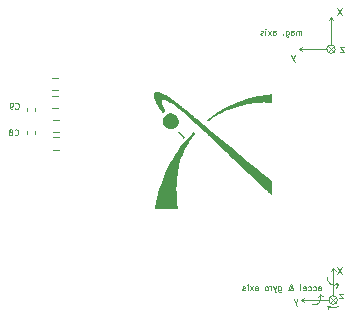
<source format=gbr>
%TF.GenerationSoftware,KiCad,Pcbnew,8.0.7*%
%TF.CreationDate,2024-12-18T22:04:57+01:00*%
%TF.ProjectId,Xplore ERC IMU,58706c6f-7265-4204-9552-4320494d552e,rev?*%
%TF.SameCoordinates,Original*%
%TF.FileFunction,Legend,Bot*%
%TF.FilePolarity,Positive*%
%FSLAX46Y46*%
G04 Gerber Fmt 4.6, Leading zero omitted, Abs format (unit mm)*
G04 Created by KiCad (PCBNEW 8.0.7) date 2024-12-18 22:04:57*
%MOMM*%
%LPD*%
G01*
G04 APERTURE LIST*
%ADD10C,0.100000*%
%ADD11C,0.120000*%
%ADD12C,0.000000*%
G04 APERTURE END LIST*
D10*
X151750000Y-116650000D02*
X152250000Y-117150000D01*
X152404385Y-115576620D02*
X152257250Y-115845126D01*
X150888744Y-116447991D02*
X151157250Y-116595126D01*
X151625639Y-116896130D02*
X149288861Y-116894121D01*
X151700000Y-117400000D02*
X151541413Y-117464631D01*
X151811164Y-92930582D02*
X152011164Y-93180582D01*
X152404385Y-115576620D02*
G75*
G02*
X151538700Y-114935199I-299985J500020D01*
G01*
X150757250Y-116645126D02*
X150888744Y-116447991D01*
X149288861Y-116894121D02*
X149538861Y-117094121D01*
X149288861Y-116894121D02*
X149538861Y-116694121D01*
X152207250Y-115445126D02*
X152404385Y-115576620D01*
X152172328Y-95661164D02*
G75*
G02*
X151450000Y-95661164I-361164J0D01*
G01*
X151450000Y-95661164D02*
G75*
G02*
X152172328Y-95661164I361164J0D01*
G01*
X152061164Y-95411164D02*
X151561164Y-95911164D01*
X149113222Y-95659155D02*
X149363222Y-95459155D01*
X151541413Y-117464631D02*
X151700000Y-117400000D01*
X151450000Y-95661164D02*
X149113222Y-95659155D01*
X152000000Y-116538836D02*
X152000000Y-114200000D01*
X152250000Y-116650000D02*
X151750000Y-117150000D01*
X150888744Y-116447991D02*
G75*
G02*
X150247308Y-117313736I-500044J-300009D01*
G01*
X152000000Y-114200000D02*
X152200000Y-114450000D01*
X152361164Y-116900000D02*
G75*
G02*
X151638836Y-116900000I-361164J0D01*
G01*
X151638836Y-116900000D02*
G75*
G02*
X152361164Y-116900000I361164J0D01*
G01*
X149113222Y-95659155D02*
X149363222Y-95859155D01*
X151811164Y-95269418D02*
X151811164Y-92930582D01*
X151811164Y-92930582D02*
X151611164Y-93180582D01*
X152000000Y-114200000D02*
X151800000Y-114450000D01*
X152061164Y-95911164D02*
X151561164Y-95411164D01*
X151541413Y-117464631D02*
X151600000Y-117650000D01*
X152450000Y-117450000D02*
G75*
G02*
X151541418Y-117464622I-466300J738900D01*
G01*
X152705746Y-114116497D02*
X152305746Y-114716497D01*
X152305746Y-114116497D02*
X152705746Y-114716497D01*
X125029209Y-102895531D02*
X125053018Y-102919341D01*
X125053018Y-102919341D02*
X125124447Y-102943150D01*
X125124447Y-102943150D02*
X125172066Y-102943150D01*
X125172066Y-102943150D02*
X125243494Y-102919341D01*
X125243494Y-102919341D02*
X125291113Y-102871721D01*
X125291113Y-102871721D02*
X125314923Y-102824102D01*
X125314923Y-102824102D02*
X125338732Y-102728864D01*
X125338732Y-102728864D02*
X125338732Y-102657436D01*
X125338732Y-102657436D02*
X125314923Y-102562198D01*
X125314923Y-102562198D02*
X125291113Y-102514579D01*
X125291113Y-102514579D02*
X125243494Y-102466960D01*
X125243494Y-102466960D02*
X125172066Y-102443150D01*
X125172066Y-102443150D02*
X125124447Y-102443150D01*
X125124447Y-102443150D02*
X125053018Y-102466960D01*
X125053018Y-102466960D02*
X125029209Y-102490769D01*
X124743494Y-102657436D02*
X124791113Y-102633626D01*
X124791113Y-102633626D02*
X124814923Y-102609817D01*
X124814923Y-102609817D02*
X124838732Y-102562198D01*
X124838732Y-102562198D02*
X124838732Y-102538388D01*
X124838732Y-102538388D02*
X124814923Y-102490769D01*
X124814923Y-102490769D02*
X124791113Y-102466960D01*
X124791113Y-102466960D02*
X124743494Y-102443150D01*
X124743494Y-102443150D02*
X124648256Y-102443150D01*
X124648256Y-102443150D02*
X124600637Y-102466960D01*
X124600637Y-102466960D02*
X124576828Y-102490769D01*
X124576828Y-102490769D02*
X124553018Y-102538388D01*
X124553018Y-102538388D02*
X124553018Y-102562198D01*
X124553018Y-102562198D02*
X124576828Y-102609817D01*
X124576828Y-102609817D02*
X124600637Y-102633626D01*
X124600637Y-102633626D02*
X124648256Y-102657436D01*
X124648256Y-102657436D02*
X124743494Y-102657436D01*
X124743494Y-102657436D02*
X124791113Y-102681245D01*
X124791113Y-102681245D02*
X124814923Y-102705055D01*
X124814923Y-102705055D02*
X124838732Y-102752674D01*
X124838732Y-102752674D02*
X124838732Y-102847912D01*
X124838732Y-102847912D02*
X124814923Y-102895531D01*
X124814923Y-102895531D02*
X124791113Y-102919341D01*
X124791113Y-102919341D02*
X124743494Y-102943150D01*
X124743494Y-102943150D02*
X124648256Y-102943150D01*
X124648256Y-102943150D02*
X124600637Y-102919341D01*
X124600637Y-102919341D02*
X124576828Y-102895531D01*
X124576828Y-102895531D02*
X124553018Y-102847912D01*
X124553018Y-102847912D02*
X124553018Y-102752674D01*
X124553018Y-102752674D02*
X124576828Y-102705055D01*
X124576828Y-102705055D02*
X124600637Y-102681245D01*
X124600637Y-102681245D02*
X124648256Y-102657436D01*
X152805746Y-116366497D02*
X152491461Y-116366497D01*
X152491461Y-116366497D02*
X152805746Y-116766497D01*
X152805746Y-116766497D02*
X152491461Y-116766497D01*
X149315163Y-94433609D02*
X149315163Y-94100276D01*
X149315163Y-94147895D02*
X149291353Y-94124085D01*
X149291353Y-94124085D02*
X149243734Y-94100276D01*
X149243734Y-94100276D02*
X149172306Y-94100276D01*
X149172306Y-94100276D02*
X149124687Y-94124085D01*
X149124687Y-94124085D02*
X149100877Y-94171704D01*
X149100877Y-94171704D02*
X149100877Y-94433609D01*
X149100877Y-94171704D02*
X149077068Y-94124085D01*
X149077068Y-94124085D02*
X149029449Y-94100276D01*
X149029449Y-94100276D02*
X148958020Y-94100276D01*
X148958020Y-94100276D02*
X148910401Y-94124085D01*
X148910401Y-94124085D02*
X148886591Y-94171704D01*
X148886591Y-94171704D02*
X148886591Y-94433609D01*
X148434210Y-94433609D02*
X148434210Y-94171704D01*
X148434210Y-94171704D02*
X148458020Y-94124085D01*
X148458020Y-94124085D02*
X148505639Y-94100276D01*
X148505639Y-94100276D02*
X148600877Y-94100276D01*
X148600877Y-94100276D02*
X148648496Y-94124085D01*
X148434210Y-94409800D02*
X148481829Y-94433609D01*
X148481829Y-94433609D02*
X148600877Y-94433609D01*
X148600877Y-94433609D02*
X148648496Y-94409800D01*
X148648496Y-94409800D02*
X148672305Y-94362180D01*
X148672305Y-94362180D02*
X148672305Y-94314561D01*
X148672305Y-94314561D02*
X148648496Y-94266942D01*
X148648496Y-94266942D02*
X148600877Y-94243133D01*
X148600877Y-94243133D02*
X148481829Y-94243133D01*
X148481829Y-94243133D02*
X148434210Y-94219323D01*
X147981829Y-94100276D02*
X147981829Y-94505038D01*
X147981829Y-94505038D02*
X148005639Y-94552657D01*
X148005639Y-94552657D02*
X148029448Y-94576466D01*
X148029448Y-94576466D02*
X148077067Y-94600276D01*
X148077067Y-94600276D02*
X148148496Y-94600276D01*
X148148496Y-94600276D02*
X148196115Y-94576466D01*
X147981829Y-94409800D02*
X148029448Y-94433609D01*
X148029448Y-94433609D02*
X148124686Y-94433609D01*
X148124686Y-94433609D02*
X148172305Y-94409800D01*
X148172305Y-94409800D02*
X148196115Y-94385990D01*
X148196115Y-94385990D02*
X148219924Y-94338371D01*
X148219924Y-94338371D02*
X148219924Y-94195514D01*
X148219924Y-94195514D02*
X148196115Y-94147895D01*
X148196115Y-94147895D02*
X148172305Y-94124085D01*
X148172305Y-94124085D02*
X148124686Y-94100276D01*
X148124686Y-94100276D02*
X148029448Y-94100276D01*
X148029448Y-94100276D02*
X147981829Y-94124085D01*
X147743734Y-94385990D02*
X147719924Y-94409800D01*
X147719924Y-94409800D02*
X147743734Y-94433609D01*
X147743734Y-94433609D02*
X147767543Y-94409800D01*
X147767543Y-94409800D02*
X147743734Y-94385990D01*
X147743734Y-94385990D02*
X147743734Y-94433609D01*
X146910401Y-94433609D02*
X146910401Y-94171704D01*
X146910401Y-94171704D02*
X146934211Y-94124085D01*
X146934211Y-94124085D02*
X146981830Y-94100276D01*
X146981830Y-94100276D02*
X147077068Y-94100276D01*
X147077068Y-94100276D02*
X147124687Y-94124085D01*
X146910401Y-94409800D02*
X146958020Y-94433609D01*
X146958020Y-94433609D02*
X147077068Y-94433609D01*
X147077068Y-94433609D02*
X147124687Y-94409800D01*
X147124687Y-94409800D02*
X147148496Y-94362180D01*
X147148496Y-94362180D02*
X147148496Y-94314561D01*
X147148496Y-94314561D02*
X147124687Y-94266942D01*
X147124687Y-94266942D02*
X147077068Y-94243133D01*
X147077068Y-94243133D02*
X146958020Y-94243133D01*
X146958020Y-94243133D02*
X146910401Y-94219323D01*
X146719925Y-94433609D02*
X146458020Y-94100276D01*
X146719925Y-94100276D02*
X146458020Y-94433609D01*
X146267544Y-94433609D02*
X146267544Y-94100276D01*
X146267544Y-93933609D02*
X146291353Y-93957419D01*
X146291353Y-93957419D02*
X146267544Y-93981228D01*
X146267544Y-93981228D02*
X146243734Y-93957419D01*
X146243734Y-93957419D02*
X146267544Y-93933609D01*
X146267544Y-93933609D02*
X146267544Y-93981228D01*
X146053258Y-94409800D02*
X146005639Y-94433609D01*
X146005639Y-94433609D02*
X145910401Y-94433609D01*
X145910401Y-94433609D02*
X145862782Y-94409800D01*
X145862782Y-94409800D02*
X145838973Y-94362180D01*
X145838973Y-94362180D02*
X145838973Y-94338371D01*
X145838973Y-94338371D02*
X145862782Y-94290752D01*
X145862782Y-94290752D02*
X145910401Y-94266942D01*
X145910401Y-94266942D02*
X145981830Y-94266942D01*
X145981830Y-94266942D02*
X146029449Y-94243133D01*
X146029449Y-94243133D02*
X146053258Y-94195514D01*
X146053258Y-94195514D02*
X146053258Y-94171704D01*
X146053258Y-94171704D02*
X146029449Y-94124085D01*
X146029449Y-94124085D02*
X145981830Y-94100276D01*
X145981830Y-94100276D02*
X145910401Y-94100276D01*
X145910401Y-94100276D02*
X145862782Y-94124085D01*
X148955746Y-116816497D02*
X148812889Y-117216497D01*
X148670032Y-116816497D02*
X148812889Y-117216497D01*
X148812889Y-117216497D02*
X148870032Y-117359354D01*
X148870032Y-117359354D02*
X148898603Y-117387926D01*
X148898603Y-117387926D02*
X148955746Y-117416497D01*
X152748496Y-92171371D02*
X152348496Y-92771371D01*
X152348496Y-92171371D02*
X152748496Y-92771371D01*
X148730107Y-96131530D02*
X148587250Y-96531530D01*
X148444393Y-96131530D02*
X148587250Y-96531530D01*
X148587250Y-96531530D02*
X148644393Y-96674387D01*
X148644393Y-96674387D02*
X148672964Y-96702959D01*
X148672964Y-96702959D02*
X148730107Y-96731530D01*
X152898496Y-95471371D02*
X152584211Y-95471371D01*
X152584211Y-95471371D02*
X152898496Y-95871371D01*
X152898496Y-95871371D02*
X152584211Y-95871371D01*
X125076776Y-100667763D02*
X125100585Y-100691573D01*
X125100585Y-100691573D02*
X125172014Y-100715382D01*
X125172014Y-100715382D02*
X125219633Y-100715382D01*
X125219633Y-100715382D02*
X125291061Y-100691573D01*
X125291061Y-100691573D02*
X125338680Y-100643953D01*
X125338680Y-100643953D02*
X125362490Y-100596334D01*
X125362490Y-100596334D02*
X125386299Y-100501096D01*
X125386299Y-100501096D02*
X125386299Y-100429668D01*
X125386299Y-100429668D02*
X125362490Y-100334430D01*
X125362490Y-100334430D02*
X125338680Y-100286811D01*
X125338680Y-100286811D02*
X125291061Y-100239192D01*
X125291061Y-100239192D02*
X125219633Y-100215382D01*
X125219633Y-100215382D02*
X125172014Y-100215382D01*
X125172014Y-100215382D02*
X125100585Y-100239192D01*
X125100585Y-100239192D02*
X125076776Y-100263001D01*
X124838680Y-100715382D02*
X124743442Y-100715382D01*
X124743442Y-100715382D02*
X124695823Y-100691573D01*
X124695823Y-100691573D02*
X124672014Y-100667763D01*
X124672014Y-100667763D02*
X124624395Y-100596334D01*
X124624395Y-100596334D02*
X124600585Y-100501096D01*
X124600585Y-100501096D02*
X124600585Y-100310620D01*
X124600585Y-100310620D02*
X124624395Y-100263001D01*
X124624395Y-100263001D02*
X124648204Y-100239192D01*
X124648204Y-100239192D02*
X124695823Y-100215382D01*
X124695823Y-100215382D02*
X124791061Y-100215382D01*
X124791061Y-100215382D02*
X124838680Y-100239192D01*
X124838680Y-100239192D02*
X124862490Y-100263001D01*
X124862490Y-100263001D02*
X124886299Y-100310620D01*
X124886299Y-100310620D02*
X124886299Y-100429668D01*
X124886299Y-100429668D02*
X124862490Y-100477287D01*
X124862490Y-100477287D02*
X124838680Y-100501096D01*
X124838680Y-100501096D02*
X124791061Y-100524906D01*
X124791061Y-100524906D02*
X124695823Y-100524906D01*
X124695823Y-100524906D02*
X124648204Y-100501096D01*
X124648204Y-100501096D02*
X124624395Y-100477287D01*
X124624395Y-100477287D02*
X124600585Y-100429668D01*
X150750877Y-116083609D02*
X150750877Y-115821704D01*
X150750877Y-115821704D02*
X150774687Y-115774085D01*
X150774687Y-115774085D02*
X150822306Y-115750276D01*
X150822306Y-115750276D02*
X150917544Y-115750276D01*
X150917544Y-115750276D02*
X150965163Y-115774085D01*
X150750877Y-116059800D02*
X150798496Y-116083609D01*
X150798496Y-116083609D02*
X150917544Y-116083609D01*
X150917544Y-116083609D02*
X150965163Y-116059800D01*
X150965163Y-116059800D02*
X150988972Y-116012180D01*
X150988972Y-116012180D02*
X150988972Y-115964561D01*
X150988972Y-115964561D02*
X150965163Y-115916942D01*
X150965163Y-115916942D02*
X150917544Y-115893133D01*
X150917544Y-115893133D02*
X150798496Y-115893133D01*
X150798496Y-115893133D02*
X150750877Y-115869323D01*
X150298496Y-116059800D02*
X150346115Y-116083609D01*
X150346115Y-116083609D02*
X150441353Y-116083609D01*
X150441353Y-116083609D02*
X150488972Y-116059800D01*
X150488972Y-116059800D02*
X150512782Y-116035990D01*
X150512782Y-116035990D02*
X150536591Y-115988371D01*
X150536591Y-115988371D02*
X150536591Y-115845514D01*
X150536591Y-115845514D02*
X150512782Y-115797895D01*
X150512782Y-115797895D02*
X150488972Y-115774085D01*
X150488972Y-115774085D02*
X150441353Y-115750276D01*
X150441353Y-115750276D02*
X150346115Y-115750276D01*
X150346115Y-115750276D02*
X150298496Y-115774085D01*
X149869925Y-116059800D02*
X149917544Y-116083609D01*
X149917544Y-116083609D02*
X150012782Y-116083609D01*
X150012782Y-116083609D02*
X150060401Y-116059800D01*
X150060401Y-116059800D02*
X150084211Y-116035990D01*
X150084211Y-116035990D02*
X150108020Y-115988371D01*
X150108020Y-115988371D02*
X150108020Y-115845514D01*
X150108020Y-115845514D02*
X150084211Y-115797895D01*
X150084211Y-115797895D02*
X150060401Y-115774085D01*
X150060401Y-115774085D02*
X150012782Y-115750276D01*
X150012782Y-115750276D02*
X149917544Y-115750276D01*
X149917544Y-115750276D02*
X149869925Y-115774085D01*
X149465164Y-116059800D02*
X149512783Y-116083609D01*
X149512783Y-116083609D02*
X149608021Y-116083609D01*
X149608021Y-116083609D02*
X149655640Y-116059800D01*
X149655640Y-116059800D02*
X149679449Y-116012180D01*
X149679449Y-116012180D02*
X149679449Y-115821704D01*
X149679449Y-115821704D02*
X149655640Y-115774085D01*
X149655640Y-115774085D02*
X149608021Y-115750276D01*
X149608021Y-115750276D02*
X149512783Y-115750276D01*
X149512783Y-115750276D02*
X149465164Y-115774085D01*
X149465164Y-115774085D02*
X149441354Y-115821704D01*
X149441354Y-115821704D02*
X149441354Y-115869323D01*
X149441354Y-115869323D02*
X149679449Y-115916942D01*
X149155640Y-116083609D02*
X149203259Y-116059800D01*
X149203259Y-116059800D02*
X149227069Y-116012180D01*
X149227069Y-116012180D02*
X149227069Y-115583609D01*
X148179450Y-116083609D02*
X148203260Y-116083609D01*
X148203260Y-116083609D02*
X148250879Y-116059800D01*
X148250879Y-116059800D02*
X148322307Y-115988371D01*
X148322307Y-115988371D02*
X148441355Y-115845514D01*
X148441355Y-115845514D02*
X148488974Y-115774085D01*
X148488974Y-115774085D02*
X148512783Y-115702657D01*
X148512783Y-115702657D02*
X148512783Y-115655038D01*
X148512783Y-115655038D02*
X148488974Y-115607419D01*
X148488974Y-115607419D02*
X148441355Y-115583609D01*
X148441355Y-115583609D02*
X148417545Y-115583609D01*
X148417545Y-115583609D02*
X148369926Y-115607419D01*
X148369926Y-115607419D02*
X148346117Y-115655038D01*
X148346117Y-115655038D02*
X148346117Y-115678847D01*
X148346117Y-115678847D02*
X148369926Y-115726466D01*
X148369926Y-115726466D02*
X148393736Y-115750276D01*
X148393736Y-115750276D02*
X148536593Y-115845514D01*
X148536593Y-115845514D02*
X148560402Y-115869323D01*
X148560402Y-115869323D02*
X148584212Y-115916942D01*
X148584212Y-115916942D02*
X148584212Y-115988371D01*
X148584212Y-115988371D02*
X148560402Y-116035990D01*
X148560402Y-116035990D02*
X148536593Y-116059800D01*
X148536593Y-116059800D02*
X148488974Y-116083609D01*
X148488974Y-116083609D02*
X148417545Y-116083609D01*
X148417545Y-116083609D02*
X148369926Y-116059800D01*
X148369926Y-116059800D02*
X148346117Y-116035990D01*
X148346117Y-116035990D02*
X148274688Y-115940752D01*
X148274688Y-115940752D02*
X148250879Y-115869323D01*
X148250879Y-115869323D02*
X148250879Y-115821704D01*
X147369926Y-115750276D02*
X147369926Y-116155038D01*
X147369926Y-116155038D02*
X147393736Y-116202657D01*
X147393736Y-116202657D02*
X147417545Y-116226466D01*
X147417545Y-116226466D02*
X147465164Y-116250276D01*
X147465164Y-116250276D02*
X147536593Y-116250276D01*
X147536593Y-116250276D02*
X147584212Y-116226466D01*
X147369926Y-116059800D02*
X147417545Y-116083609D01*
X147417545Y-116083609D02*
X147512783Y-116083609D01*
X147512783Y-116083609D02*
X147560402Y-116059800D01*
X147560402Y-116059800D02*
X147584212Y-116035990D01*
X147584212Y-116035990D02*
X147608021Y-115988371D01*
X147608021Y-115988371D02*
X147608021Y-115845514D01*
X147608021Y-115845514D02*
X147584212Y-115797895D01*
X147584212Y-115797895D02*
X147560402Y-115774085D01*
X147560402Y-115774085D02*
X147512783Y-115750276D01*
X147512783Y-115750276D02*
X147417545Y-115750276D01*
X147417545Y-115750276D02*
X147369926Y-115774085D01*
X147179450Y-115750276D02*
X147060402Y-116083609D01*
X146941355Y-115750276D02*
X147060402Y-116083609D01*
X147060402Y-116083609D02*
X147108021Y-116202657D01*
X147108021Y-116202657D02*
X147131831Y-116226466D01*
X147131831Y-116226466D02*
X147179450Y-116250276D01*
X146750879Y-116083609D02*
X146750879Y-115750276D01*
X146750879Y-115845514D02*
X146727069Y-115797895D01*
X146727069Y-115797895D02*
X146703260Y-115774085D01*
X146703260Y-115774085D02*
X146655641Y-115750276D01*
X146655641Y-115750276D02*
X146608022Y-115750276D01*
X146369926Y-116083609D02*
X146417545Y-116059800D01*
X146417545Y-116059800D02*
X146441355Y-116035990D01*
X146441355Y-116035990D02*
X146465164Y-115988371D01*
X146465164Y-115988371D02*
X146465164Y-115845514D01*
X146465164Y-115845514D02*
X146441355Y-115797895D01*
X146441355Y-115797895D02*
X146417545Y-115774085D01*
X146417545Y-115774085D02*
X146369926Y-115750276D01*
X146369926Y-115750276D02*
X146298498Y-115750276D01*
X146298498Y-115750276D02*
X146250879Y-115774085D01*
X146250879Y-115774085D02*
X146227069Y-115797895D01*
X146227069Y-115797895D02*
X146203260Y-115845514D01*
X146203260Y-115845514D02*
X146203260Y-115988371D01*
X146203260Y-115988371D02*
X146227069Y-116035990D01*
X146227069Y-116035990D02*
X146250879Y-116059800D01*
X146250879Y-116059800D02*
X146298498Y-116083609D01*
X146298498Y-116083609D02*
X146369926Y-116083609D01*
X145393736Y-116083609D02*
X145393736Y-115821704D01*
X145393736Y-115821704D02*
X145417546Y-115774085D01*
X145417546Y-115774085D02*
X145465165Y-115750276D01*
X145465165Y-115750276D02*
X145560403Y-115750276D01*
X145560403Y-115750276D02*
X145608022Y-115774085D01*
X145393736Y-116059800D02*
X145441355Y-116083609D01*
X145441355Y-116083609D02*
X145560403Y-116083609D01*
X145560403Y-116083609D02*
X145608022Y-116059800D01*
X145608022Y-116059800D02*
X145631831Y-116012180D01*
X145631831Y-116012180D02*
X145631831Y-115964561D01*
X145631831Y-115964561D02*
X145608022Y-115916942D01*
X145608022Y-115916942D02*
X145560403Y-115893133D01*
X145560403Y-115893133D02*
X145441355Y-115893133D01*
X145441355Y-115893133D02*
X145393736Y-115869323D01*
X145203260Y-116083609D02*
X144941355Y-115750276D01*
X145203260Y-115750276D02*
X144941355Y-116083609D01*
X144750879Y-116083609D02*
X144750879Y-115750276D01*
X144750879Y-115583609D02*
X144774688Y-115607419D01*
X144774688Y-115607419D02*
X144750879Y-115631228D01*
X144750879Y-115631228D02*
X144727069Y-115607419D01*
X144727069Y-115607419D02*
X144750879Y-115583609D01*
X144750879Y-115583609D02*
X144750879Y-115631228D01*
X144536593Y-116059800D02*
X144488974Y-116083609D01*
X144488974Y-116083609D02*
X144393736Y-116083609D01*
X144393736Y-116083609D02*
X144346117Y-116059800D01*
X144346117Y-116059800D02*
X144322308Y-116012180D01*
X144322308Y-116012180D02*
X144322308Y-115988371D01*
X144322308Y-115988371D02*
X144346117Y-115940752D01*
X144346117Y-115940752D02*
X144393736Y-115916942D01*
X144393736Y-115916942D02*
X144465165Y-115916942D01*
X144465165Y-115916942D02*
X144512784Y-115893133D01*
X144512784Y-115893133D02*
X144536593Y-115845514D01*
X144536593Y-115845514D02*
X144536593Y-115821704D01*
X144536593Y-115821704D02*
X144512784Y-115774085D01*
X144512784Y-115774085D02*
X144465165Y-115750276D01*
X144465165Y-115750276D02*
X144393736Y-115750276D01*
X144393736Y-115750276D02*
X144346117Y-115774085D01*
D11*
%TO.C,R7*%
X128195185Y-98096964D02*
X128669701Y-98096964D01*
X128195185Y-99141964D02*
X128669701Y-99141964D01*
D12*
%TO.C,G1*%
G36*
X139195682Y-102865602D02*
G01*
X139202017Y-102873205D01*
X139244210Y-102923959D01*
X139283635Y-102971583D01*
X139319443Y-103015036D01*
X139350785Y-103053280D01*
X139376808Y-103085272D01*
X139396665Y-103109973D01*
X139409504Y-103126343D01*
X139414476Y-103133342D01*
X139414695Y-103134717D01*
X139409895Y-103146077D01*
X139396426Y-103164247D01*
X139375556Y-103187460D01*
X139365929Y-103197299D01*
X139347895Y-103214652D01*
X139334318Y-103226262D01*
X139327580Y-103230016D01*
X139326178Y-103228740D01*
X139317194Y-103218798D01*
X139300736Y-103199824D01*
X139277624Y-103172787D01*
X139248677Y-103138655D01*
X139214716Y-103098395D01*
X139176559Y-103052976D01*
X139135027Y-103003366D01*
X139090939Y-102950532D01*
X138859630Y-102672902D01*
X138880249Y-102660363D01*
X138893309Y-102652838D01*
X138916150Y-102640443D01*
X138940741Y-102627696D01*
X138980613Y-102607569D01*
X139195682Y-102865602D01*
G37*
G36*
X138382710Y-101104139D02*
G01*
X138470889Y-101128532D01*
X138557037Y-101165762D01*
X138617319Y-101200880D01*
X138692012Y-101257609D01*
X138757296Y-101323820D01*
X138812644Y-101398871D01*
X138857529Y-101482121D01*
X138891425Y-101572929D01*
X138896170Y-101590528D01*
X138906262Y-101644768D01*
X138912371Y-101705564D01*
X138914291Y-101768175D01*
X138911816Y-101827861D01*
X138904741Y-101879879D01*
X138883530Y-101960429D01*
X138848148Y-102047976D01*
X138801965Y-102128226D01*
X138745732Y-102200468D01*
X138680200Y-102263986D01*
X138606121Y-102318066D01*
X138524246Y-102361996D01*
X138435325Y-102395061D01*
X138340109Y-102416547D01*
X138323885Y-102418549D01*
X138281702Y-102420639D01*
X138233271Y-102419941D01*
X138183337Y-102416709D01*
X138136643Y-102411194D01*
X138097935Y-102403650D01*
X138078331Y-102398376D01*
X137986022Y-102365789D01*
X137902187Y-102322632D01*
X137826978Y-102269030D01*
X137760547Y-102205103D01*
X137703044Y-102130974D01*
X137654622Y-102046766D01*
X137628729Y-101987286D01*
X137601470Y-101897438D01*
X137587342Y-101806197D01*
X137586333Y-101714581D01*
X137598431Y-101623603D01*
X137623623Y-101534280D01*
X137661898Y-101447627D01*
X137688045Y-101402305D01*
X137742588Y-101327517D01*
X137805484Y-101262296D01*
X137875579Y-101207005D01*
X137951719Y-101162007D01*
X138032750Y-101127667D01*
X138117519Y-101104346D01*
X138204871Y-101092409D01*
X138293653Y-101092219D01*
X138382710Y-101104139D01*
G37*
G36*
X140334492Y-102837593D02*
G01*
X140253698Y-102931354D01*
X140239738Y-102947619D01*
X140066820Y-103160247D01*
X139904368Y-103381424D01*
X139752368Y-103611172D01*
X139610810Y-103849518D01*
X139479682Y-104096484D01*
X139358972Y-104352096D01*
X139248669Y-104616378D01*
X139148761Y-104889354D01*
X139059237Y-105171049D01*
X138980084Y-105461487D01*
X138911293Y-105760693D01*
X138869863Y-105973690D01*
X138822085Y-106271280D01*
X138784464Y-106575594D01*
X138757046Y-106885257D01*
X138739878Y-107198898D01*
X138733005Y-107515142D01*
X138736474Y-107832615D01*
X138750332Y-108149946D01*
X138774624Y-108465759D01*
X138809397Y-108778683D01*
X138812372Y-108801129D01*
X138819217Y-108849764D01*
X138827330Y-108904505D01*
X138836264Y-108962559D01*
X138845571Y-109021132D01*
X138854805Y-109077429D01*
X138863518Y-109128658D01*
X138871262Y-109172023D01*
X138877591Y-109204732D01*
X138882157Y-109226798D01*
X137876172Y-109226798D01*
X137737021Y-109226773D01*
X137610847Y-109226703D01*
X137497095Y-109226582D01*
X137395216Y-109226407D01*
X137304658Y-109226172D01*
X137224868Y-109225873D01*
X137155296Y-109225505D01*
X137095390Y-109225064D01*
X137044597Y-109224543D01*
X137002367Y-109223940D01*
X136968147Y-109223249D01*
X136941387Y-109222466D01*
X136921534Y-109221585D01*
X136908037Y-109220602D01*
X136900344Y-109219512D01*
X136897904Y-109218311D01*
X136898983Y-109209806D01*
X136902076Y-109189699D01*
X136906885Y-109159865D01*
X136913108Y-109122145D01*
X136920445Y-109078378D01*
X136928595Y-109030405D01*
X136995504Y-108671248D01*
X137081696Y-108277525D01*
X137180526Y-107888008D01*
X137291864Y-107502993D01*
X137415578Y-107122774D01*
X137551541Y-106747644D01*
X137699621Y-106377900D01*
X137859688Y-106013834D01*
X138031613Y-105655742D01*
X138215265Y-105303918D01*
X138410515Y-104958656D01*
X138617232Y-104620250D01*
X138835287Y-104288996D01*
X139064549Y-103965187D01*
X139304888Y-103649118D01*
X139320582Y-103629266D01*
X139388521Y-103544756D01*
X139461623Y-103455881D01*
X139538554Y-103364161D01*
X139617975Y-103271115D01*
X139698550Y-103178259D01*
X139778943Y-103087114D01*
X139857817Y-102999198D01*
X139933834Y-102916029D01*
X140005659Y-102839126D01*
X140071954Y-102770007D01*
X140131383Y-102710191D01*
X140174776Y-102667495D01*
X140334492Y-102837593D01*
G37*
G36*
X146783587Y-99853716D02*
G01*
X146783586Y-99864881D01*
X146783520Y-99945788D01*
X146783331Y-100014178D01*
X146782996Y-100070993D01*
X146782493Y-100117174D01*
X146781799Y-100153666D01*
X146780891Y-100181409D01*
X146779747Y-100201347D01*
X146778344Y-100214422D01*
X146776658Y-100221576D01*
X146774669Y-100223751D01*
X146766716Y-100223113D01*
X146747590Y-100220987D01*
X146720793Y-100217722D01*
X146689433Y-100213685D01*
X146582919Y-100201133D01*
X146371412Y-100184450D01*
X146151419Y-100177473D01*
X145923507Y-100180108D01*
X145688245Y-100192262D01*
X145446198Y-100213839D01*
X145197934Y-100244746D01*
X144944021Y-100284890D01*
X144685025Y-100334175D01*
X144421514Y-100392507D01*
X144154055Y-100459793D01*
X143883215Y-100535939D01*
X143609561Y-100620849D01*
X143333661Y-100714431D01*
X143056081Y-100816590D01*
X143017814Y-100831389D01*
X142782114Y-100929799D01*
X142550058Y-101039091D01*
X142323076Y-101158438D01*
X142102596Y-101287014D01*
X141890049Y-101423993D01*
X141686862Y-101568546D01*
X141494467Y-101719848D01*
X141481289Y-101730680D01*
X141454814Y-101751953D01*
X141432703Y-101769066D01*
X141416962Y-101780488D01*
X141409596Y-101784685D01*
X141402918Y-101780865D01*
X141388387Y-101769386D01*
X141368374Y-101752076D01*
X141345095Y-101730788D01*
X141287383Y-101676687D01*
X141307752Y-101659374D01*
X141332171Y-101639352D01*
X141368325Y-101610998D01*
X141412937Y-101576927D01*
X141464581Y-101538173D01*
X141521830Y-101495773D01*
X141583259Y-101450761D01*
X141647441Y-101404171D01*
X141712950Y-101357039D01*
X141778360Y-101310399D01*
X141842244Y-101265287D01*
X141903175Y-101222737D01*
X141959729Y-101183784D01*
X142010478Y-101149464D01*
X142110937Y-101083118D01*
X142407459Y-100896512D01*
X142706456Y-100722175D01*
X143008595Y-100559845D01*
X143314541Y-100409264D01*
X143624959Y-100270169D01*
X143940515Y-100142301D01*
X144261874Y-100025399D01*
X144589703Y-99919204D01*
X144924666Y-99823453D01*
X145267429Y-99737887D01*
X145618657Y-99662246D01*
X145979016Y-99596268D01*
X145994515Y-99593685D01*
X146051500Y-99584406D01*
X146114050Y-99574511D01*
X146180705Y-99564210D01*
X146250005Y-99553710D01*
X146320489Y-99543220D01*
X146390699Y-99532949D01*
X146459173Y-99523105D01*
X146524451Y-99513897D01*
X146585074Y-99505533D01*
X146639581Y-99498223D01*
X146686512Y-99492174D01*
X146724407Y-99487595D01*
X146751805Y-99484694D01*
X146767247Y-99483681D01*
X146783587Y-99483681D01*
X146783587Y-99853716D01*
G37*
G36*
X137093411Y-99270476D02*
G01*
X137133327Y-99271254D01*
X137165139Y-99273239D01*
X137193741Y-99277064D01*
X137224029Y-99283360D01*
X137260898Y-99292759D01*
X137341542Y-99317397D01*
X137431043Y-99351012D01*
X137527372Y-99393145D01*
X137630770Y-99443941D01*
X137741477Y-99503544D01*
X137859734Y-99572097D01*
X137985780Y-99649745D01*
X138119857Y-99736631D01*
X138262204Y-99832900D01*
X138413062Y-99938695D01*
X138572671Y-100054161D01*
X138741272Y-100179440D01*
X138784490Y-100211971D01*
X138835643Y-100250587D01*
X138882836Y-100286383D01*
X138927521Y-100320490D01*
X138971154Y-100354042D01*
X139015190Y-100388172D01*
X139061083Y-100424012D01*
X139110287Y-100462694D01*
X139164258Y-100505352D01*
X139224449Y-100553119D01*
X139292316Y-100607126D01*
X139369313Y-100668508D01*
X139375085Y-100673112D01*
X139421831Y-100710427D01*
X139467023Y-100746554D01*
X139511087Y-100781848D01*
X139554451Y-100816662D01*
X139597542Y-100851350D01*
X139640787Y-100886267D01*
X139684614Y-100921766D01*
X139729451Y-100958200D01*
X139775723Y-100995924D01*
X139823859Y-101035291D01*
X139874286Y-101076656D01*
X139927431Y-101120372D01*
X139983722Y-101166793D01*
X140043585Y-101216272D01*
X140107448Y-101269165D01*
X140175739Y-101325823D01*
X140248884Y-101386603D01*
X140327311Y-101451856D01*
X140411447Y-101521937D01*
X140501719Y-101597201D01*
X140598556Y-101678000D01*
X140702383Y-101764688D01*
X140813628Y-101857620D01*
X140932719Y-101957149D01*
X141060083Y-102063630D01*
X141196147Y-102177415D01*
X141341338Y-102298859D01*
X141496085Y-102428315D01*
X141660813Y-102566139D01*
X141752057Y-102642473D01*
X142169751Y-102991653D01*
X142577251Y-103331873D01*
X142974559Y-103663135D01*
X143361680Y-103985442D01*
X143738617Y-104298799D01*
X144105374Y-104603207D01*
X144461955Y-104898671D01*
X144808365Y-105185193D01*
X145144605Y-105462776D01*
X145470681Y-105731424D01*
X145786597Y-105991140D01*
X146092355Y-106241927D01*
X146387961Y-106483788D01*
X146782647Y-106806296D01*
X146783587Y-108028146D01*
X146724178Y-107969837D01*
X146723828Y-107969494D01*
X146710092Y-107956175D01*
X146686859Y-107933828D01*
X146654460Y-107902769D01*
X146613227Y-107863313D01*
X146563492Y-107815776D01*
X146505585Y-107760472D01*
X146439839Y-107697718D01*
X146366584Y-107627829D01*
X146286153Y-107551120D01*
X146198876Y-107467907D01*
X146105086Y-107378505D01*
X146005113Y-107283230D01*
X145899289Y-107182396D01*
X145787947Y-107076319D01*
X145671416Y-106965316D01*
X145550029Y-106849700D01*
X145424117Y-106729788D01*
X145294012Y-106605895D01*
X145160045Y-106478337D01*
X145022548Y-106347428D01*
X144881851Y-106213485D01*
X144738288Y-106076822D01*
X144592188Y-105937755D01*
X144443884Y-105796600D01*
X144293707Y-105653671D01*
X144141988Y-105509285D01*
X143989059Y-105363757D01*
X143835252Y-105217402D01*
X143680898Y-105070535D01*
X143526329Y-104923472D01*
X143371875Y-104776529D01*
X143217869Y-104630020D01*
X143064641Y-104484262D01*
X142912524Y-104339570D01*
X142761849Y-104196258D01*
X142612948Y-104054643D01*
X142466151Y-103915040D01*
X142321791Y-103777764D01*
X142180198Y-103643131D01*
X142041705Y-103511456D01*
X141906642Y-103383054D01*
X141775342Y-103258242D01*
X141648136Y-103137334D01*
X141525355Y-103020646D01*
X141407330Y-102908492D01*
X141294394Y-102801190D01*
X141186878Y-102699054D01*
X141085113Y-102602399D01*
X140989430Y-102511541D01*
X140900162Y-102426795D01*
X140817640Y-102348477D01*
X140742194Y-102276902D01*
X140674157Y-102212386D01*
X140613861Y-102155244D01*
X140561636Y-102105791D01*
X140517814Y-102064343D01*
X140424473Y-101976498D01*
X140249681Y-101814017D01*
X140077703Y-101656772D01*
X139908819Y-101504969D01*
X139743311Y-101358809D01*
X139581460Y-101218498D01*
X139423546Y-101084237D01*
X139269852Y-100956231D01*
X139120656Y-100834683D01*
X138976242Y-100719797D01*
X138836890Y-100611775D01*
X138702880Y-100510821D01*
X138574495Y-100417139D01*
X138452014Y-100330932D01*
X138335719Y-100252403D01*
X138225892Y-100181756D01*
X138122812Y-100119194D01*
X138026762Y-100064921D01*
X137938021Y-100019140D01*
X137856872Y-99982055D01*
X137783595Y-99953869D01*
X137718471Y-99934784D01*
X137661782Y-99925006D01*
X137613807Y-99924737D01*
X137574830Y-99934180D01*
X137561773Y-99941172D01*
X137536343Y-99962959D01*
X137515018Y-99991325D01*
X137501644Y-100021670D01*
X137497271Y-100045159D01*
X137496596Y-100092594D01*
X137504087Y-100150162D01*
X137519668Y-100217478D01*
X137543258Y-100294153D01*
X137574778Y-100379803D01*
X137587572Y-100411043D01*
X137607294Y-100456850D01*
X137632231Y-100513003D01*
X137661947Y-100578539D01*
X137696004Y-100652497D01*
X137733968Y-100733914D01*
X137775400Y-100821828D01*
X137806225Y-100886919D01*
X137744554Y-100937251D01*
X137726540Y-100951974D01*
X137693022Y-100979451D01*
X137659873Y-101006710D01*
X137632176Y-101029574D01*
X137581471Y-101071565D01*
X137560007Y-101043154D01*
X137532991Y-101006961D01*
X137467327Y-100915703D01*
X137400153Y-100818093D01*
X137332761Y-100716215D01*
X137266441Y-100612154D01*
X137202483Y-100507995D01*
X137142179Y-100405825D01*
X137086819Y-100307727D01*
X137037693Y-100215787D01*
X136996093Y-100132091D01*
X136970365Y-100076723D01*
X136921802Y-99964248D01*
X136882461Y-99860557D01*
X136852154Y-99765018D01*
X136830694Y-99677003D01*
X136817891Y-99595882D01*
X136813558Y-99521024D01*
X136814381Y-99478350D01*
X136818693Y-99432737D01*
X136827503Y-99396111D01*
X136841712Y-99366056D01*
X136862221Y-99340153D01*
X136889930Y-99315983D01*
X136896028Y-99311469D01*
X136923540Y-99294746D01*
X136953853Y-99282887D01*
X136989608Y-99275288D01*
X137033443Y-99271339D01*
X137087998Y-99270435D01*
X137093411Y-99270476D01*
G37*
D11*
%TO.C,R4*%
X128195185Y-99596964D02*
X128669701Y-99596964D01*
X128195185Y-100641964D02*
X128669701Y-100641964D01*
%TO.C,C8*%
X126065000Y-102622164D02*
X126065000Y-102837836D01*
X126785000Y-102622164D02*
X126785000Y-102837836D01*
%TO.C,C9*%
X126065000Y-100857836D02*
X126065000Y-100642164D01*
X126785000Y-100857836D02*
X126785000Y-100642164D01*
%TO.C,R1*%
X128291750Y-101625877D02*
X128766266Y-101625877D01*
X128291750Y-102670877D02*
X128766266Y-102670877D01*
%TO.C,R3*%
X128748880Y-103119580D02*
X128274364Y-103119580D01*
X128748880Y-104164580D02*
X128274364Y-104164580D01*
%TD*%
M02*

</source>
